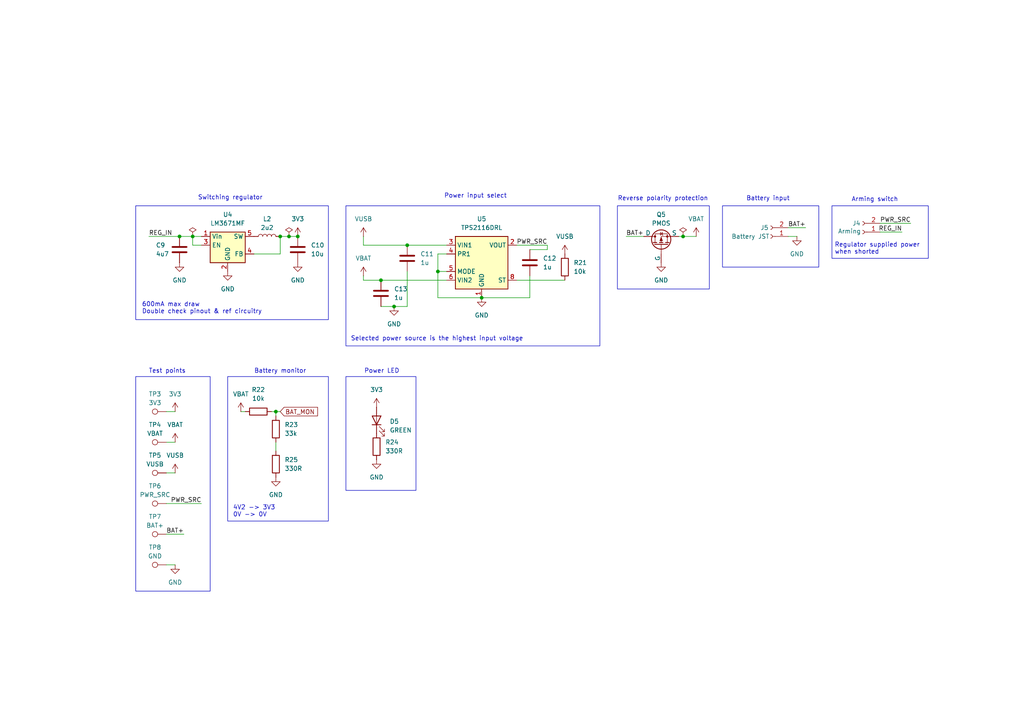
<source format=kicad_sch>
(kicad_sch (version 20250114) (generator "eeschema") (generator_version "9.0")
  (paper "A4")
  (title_block (title "Peanut Power") (date "A") (company "Matteo Golin") (comment 1 "Power circuitry for Peanut deployment altimeter."))
  (lib_symbols
    (symbol "Connector:Conn_01x02_Socket" (pin_names (offset 1.016) (hide yes))
      (property "Reference" "J" (at 0 2.54 0))
      (property "Value" "Conn_01x02_Socket" (at 0 -5.08 0))
      (symbol "Conn_01x02_Socket_1_1"
        (polyline (pts (xy -1.27 0) (xy -0.508 0)) (stroke (width 0.1524)))
        (polyline (pts (xy -1.27 -2.54) (xy -0.508 -2.54)) (stroke (width 0.1524)))
        (arc (start 0 -0.508) (mid -0.5058 0) (end 0 0.508) (stroke (width 0.1524)))
        (arc (start 0 -3.048) (mid -0.5058 -2.54) (end 0 -2.032) (stroke (width 0.1524)))
        (pin passive line (at -5.08 0 0) (length 3.81) (name "Pin_1") (number "1"))
        (pin passive line (at -5.08 -2.54 0) (length 3.81) (name "Pin_2") (number "2"))
      )
    )
    (symbol "Connector:TestPoint" (pin_numbers (hide yes)) (pin_names (offset 0.762) (hide yes))
      (property "Reference" "TP" (at 0 6.858 0))
      (property "Value" "TestPoint" (at 0 5.08 0))
      (symbol "TestPoint_0_1"
        (circle (center 0 3.302) (radius 0.762))
      )
      (symbol "TestPoint_1_1"
        (pin passive line (at 0 0 90) (length 2.54) (name "1") (number "1"))
      )
    )
    (symbol "Device:C" (pin_numbers (hide yes)) (pin_names (offset 0.254))
      (property "Reference" "C" (at 0.635 2.54 0))
      (property "Value" "C" (at 0.635 -2.54 0))
      (symbol "C_0_1"
        (polyline (pts (xy -2.032 0.762) (xy 2.032 0.762)) (stroke (width 0.508)))
        (polyline (pts (xy -2.032 -0.762) (xy 2.032 -0.762)) (stroke (width 0.508)))
      )
      (symbol "C_1_1"
        (pin passive line (at 0 3.81 270) (length 2.794) (name "~") (number "1"))
        (pin passive line (at 0 -3.81 90) (length 2.794) (name "~") (number "2"))
      )
    )
    (symbol "Device:L" (pin_numbers (hide yes)) (pin_names (offset 1.016) (hide yes))
      (property "Reference" "L" (at -1.27 0 90))
      (property "Value" "L" (at 1.905 0 90))
      (symbol "L_0_1"
        (arc (start 0 2.54) (mid 0.6323 1.905) (end 0 1.27))
        (arc (start 0 1.27) (mid 0.6323 0.635) (end 0 0))
        (arc (start 0 0) (mid 0.6323 -0.635) (end 0 -1.27))
        (arc (start 0 -1.27) (mid 0.6323 -1.905) (end 0 -2.54))
      )
      (symbol "L_1_1"
        (pin passive line (at 0 3.81 270) (length 1.27) (name "1") (number "1"))
        (pin passive line (at 0 -3.81 90) (length 1.27) (name "2") (number "2"))
      )
    )
    (symbol "Device:LED" (pin_numbers (hide yes)) (pin_names (offset 1.016) (hide yes))
      (property "Reference" "D" (at 0 2.54 0))
      (property "Value" "LED" (at 0 -2.54 0))
      (symbol "LED_0_1"
        (polyline (pts (xy -3.048 -0.762) (xy -4.572 -2.286) (xy -3.81 -2.286) (xy -4.572 -2.286) (xy -4.572 -1.524)))
        (polyline (pts (xy -1.778 -0.762) (xy -3.302 -2.286) (xy -2.54 -2.286) (xy -3.302 -2.286) (xy -3.302 -1.524)))
        (polyline (pts (xy -1.27 0) (xy 1.27 0)))
        (polyline (pts (xy -1.27 -1.27) (xy -1.27 1.27)) (stroke (width 0.254)))
        (polyline (pts (xy 1.27 -1.27) (xy 1.27 1.27) (xy -1.27 0) (xy 1.27 -1.27)) (stroke (width 0.254)))
      )
      (symbol "LED_1_1"
        (pin passive line (at -3.81 0 0) (length 2.54) (name "K") (number "1"))
        (pin passive line (at 3.81 0 180) (length 2.54) (name "A") (number "2"))
      )
    )
    (symbol "Device:R" (pin_numbers (hide yes)) (pin_names (offset 0))
      (property "Reference" "R" (at 2.032 0 90))
      (property "Value" "R" (at 0 0 90))
      (symbol "R_0_1"
        (rectangle (start -1.016 -2.54) (end 1.016 2.54) (stroke (width 0.254)))
      )
      (symbol "R_1_1"
        (pin passive line (at 0 3.81 270) (length 1.27) (name "~") (number "1"))
        (pin passive line (at 0 -3.81 90) (length 1.27) (name "~") (number "2"))
      )
    )
    (symbol "Power_Management:TPS2116DRL"
      (property "Reference" "U" (at -7.874 9.144 0))
      (property "Value" "TPS2116DRL" (at 0.508 -8.89 0))
      (symbol "TPS2116DRL_0_1"
        (rectangle (start -7.62 7.62) (end 7.62 -7.62) (stroke (width 0.254)) (fill (type background)))
      )
      (symbol "TPS2116DRL_1_0"
        (pin power_out line (at 10.16 5.08 180) (length 2.54) (hide yes) (name "VOUT") (number "7"))
      )
      (symbol "TPS2116DRL_1_1"
        (pin power_in line (at -10.16 5.08 0) (length 2.54) (name "VIN1") (number "3"))
        (pin input line (at -10.16 2.54 0) (length 2.54) (name "PR1") (number "4"))
        (pin input line (at -10.16 -2.54 0) (length 2.54) (name "MODE") (number "5"))
        (pin power_in line (at -10.16 -5.08 0) (length 2.54) (name "VIN2") (number "6"))
        (pin power_in line (at 0 -10.16 90) (length 2.54) (name "GND") (number "1"))
        (pin power_out line (at 10.16 5.08 180) (length 2.54) (name "VOUT") (number "2"))
        (pin open_collector line (at 10.16 -5.08 180) (length 2.54) (name "ST") (number "8"))
      )
    )
    (symbol "Regulator_Switching:LM3670MF"
      (property "Reference" "U" (at -5.08 5.08 0))
      (property "Value" "LM3670MF" (at 0 5.08 0))
      (symbol "LM3670MF_0_1"
        (rectangle (start -5.08 3.81) (end 5.08 -5.08) (stroke (width 0.254)) (fill (type background)))
      )
      (symbol "LM3670MF_1_1"
        (pin power_in line (at -7.62 2.54 0) (length 2.54) (name "Vin") (number "1"))
        (pin input line (at -7.62 0 0) (length 2.54) (name "EN") (number "3"))
        (pin power_in line (at 0 -7.62 90) (length 2.54) (name "GND") (number "2"))
        (pin input line (at 7.62 2.54 180) (length 2.54) (name "SW") (number "5"))
        (pin input line (at 7.62 -2.54 180) (length 2.54) (name "FB") (number "4"))
      )
    )
    (symbol "Simulation_SPICE:PMOS" (pin_numbers (hide yes)) (pin_names (offset 0))
      (property "Reference" "Q" (at 5.08 1.27 0))
      (property "Value" "PMOS" (at 5.08 -1.27 0))
      (symbol "PMOS_0_1"
        (polyline (pts (xy 0.254 1.905) (xy 0.254 -1.905)) (stroke (width 0.254)))
        (polyline (pts (xy 0.254 0) (xy -2.54 0)))
        (polyline (pts (xy 0.762 2.286) (xy 0.762 1.27)) (stroke (width 0.254)))
        (polyline (pts (xy 0.762 1.778) (xy 3.302 1.778) (xy 3.302 -1.778) (xy 0.762 -1.778)))
        (polyline (pts (xy 0.762 0.508) (xy 0.762 -0.508)) (stroke (width 0.254)))
        (polyline (pts (xy 0.762 -1.27) (xy 0.762 -2.286)) (stroke (width 0.254)))
        (circle (center 1.651 0) (radius 2.794) (stroke (width 0.254)))
        (polyline (pts (xy 2.286 0) (xy 1.27 0.381) (xy 1.27 -0.381) (xy 2.286 0)) (fill (type outline)))
        (polyline (pts (xy 2.54 2.54) (xy 2.54 1.778)))
        (circle (center 2.54 1.778) (radius 0.254) (fill (type outline)))
        (circle (center 2.54 -1.778) (radius 0.254) (fill (type outline)))
        (polyline (pts (xy 2.54 -2.54) (xy 2.54 0) (xy 0.762 0)))
        (polyline (pts (xy 2.794 -0.508) (xy 2.921 -0.381) (xy 3.683 -0.381) (xy 3.81 -0.254)))
        (polyline (pts (xy 3.302 -0.381) (xy 2.921 0.254) (xy 3.683 0.254) (xy 3.302 -0.381)))
      )
      (symbol "PMOS_1_1"
        (pin input line (at -5.08 0 0) (length 2.54) (name "G") (number "2"))
        (pin passive line (at 2.54 5.08 270) (length 2.54) (name "D") (number "1"))
        (pin passive line (at 2.54 -5.08 90) (length 2.54) (name "S") (number "3"))
      )
    )
    (symbol "power:GND" (power) (pin_numbers (hide yes)) (pin_names (offset 0) (hide yes))
      (property "Value" "GND" (at 0 -3.81 0))
      (symbol "GND_0_1"
        (polyline (pts (xy 0 0) (xy 0 -1.27) (xy 1.27 -1.27) (xy 0 -2.54) (xy -1.27 -1.27) (xy 0 -1.27)))
      )
      (symbol "GND_1_1"
        (pin power_in line (at 0 0 270) (length 0) (name "~") (number "1"))
      )
    )
    (symbol "power:PWR_FLAG" (power) (pin_numbers (hide yes)) (pin_names (offset 0) (hide yes))
      (property "Value" "PWR_FLAG" (at 0 3.81 0))
      (symbol "PWR_FLAG_0_0"
        (pin power_out line (at 0 0 90) (length 0) (name "~") (number "1"))
      )
      (symbol "PWR_FLAG_0_1"
        (polyline (pts (xy 0 0) (xy 0 1.27) (xy -1.016 1.905) (xy 0 2.54) (xy 1.016 1.905) (xy 0 1.27)))
      )
    )
    (symbol "power:VBUS" (power) (pin_numbers (hide yes)) (pin_names (offset 0) (hide yes))
      (property "Value" "VBUS" (at 0 3.556 0))
      (symbol "VBUS_0_1"
        (polyline (pts (xy -0.762 1.27) (xy 0 2.54)))
        (polyline (pts (xy 0 2.54) (xy 0.762 1.27)))
        (polyline (pts (xy 0 0) (xy 0 2.54)))
      )
      (symbol "VBUS_1_1"
        (pin power_in line (at 0 0 90) (length 0) (name "~") (number "1"))
      )
    )
  )
  (rectangle (start 179.07 59.69) (end 205.74 83.82))
  (rectangle (start 100.33 109.22) (end 120.65 142.24))
  (rectangle (start 39.37 109.22) (end 60.96 171.45))
  (rectangle (start 100.33 59.69) (end 173.99 100.33))
  (rectangle (start 241.3 59.69) (end 269.24 74.93))
  (rectangle (start 209.55 59.69) (end 237.49 77.47))
  (rectangle (start 66.04 109.22) (end 95.25 151.13))
  (rectangle (start 39.37 59.69) (end 95.25 92.71))
  (text "Test points" (at 48.514 107.696 0) (effects (font (size 1.27 1.27))))
  (text "4V2 -> 3V3\n0V -> 0V" (at 67.564 148.336 0) (effects (font (size 1.27 1.27)) (justify left)))
  (text "Switching regulator" (at 66.802 57.404 0) (effects (font (size 1.27 1.27))))
  (text "Reverse polarity protection" (at 192.278 57.658 0) (effects (font (size 1.27 1.27))))
  (text "600mA max draw\nDouble check pinout & ref circuitry" (at 41.148 89.408 0) (effects (font (size 1.27 1.27)) (justify left)))
  (text "Battery monitor" (at 81.28 107.696 0) (effects (font (size 1.27 1.27))))
  (text "Power input select" (at 137.922 56.896 0) (effects (font (size 1.27 1.27))))
  (text "Arming switch" (at 253.746 57.912 0) (effects (font (size 1.27 1.27))))
  (text "Battery input" (at 222.758 57.658 0) (effects (font (size 1.27 1.27))))
  (text "Power LED" (at 110.744 107.696 0) (effects (font (size 1.27 1.27))))
  (text "Selected power source is the highest input voltage" (at 126.746 98.298 0) (effects (font (size 1.27 1.27))))
  (text "Regulator supplied power\nwhen shorted" (at 242.062 72.136 0) (effects (font (size 1.27 1.27)) (justify left)))
  (junction (at 127 78.74))
  (junction (at 198.12 68.58))
  (junction (at 83.82 68.58))
  (junction (at 110.49 81.28))
  (junction (at 80.01 119.38))
  (junction (at 139.7 86.36))
  (junction (at 118.11 71.12))
  (junction (at 86.36 68.58))
  (junction (at 52.07 68.58))
  (junction (at 114.3 88.9))
  (junction (at 55.88 68.58))
  (junction (at 81.28 68.58))
  (wire (pts (xy 43.18 68.58) (xy 52.07 68.58)))
  (wire (pts (xy 81.28 68.58) (xy 83.82 68.58)))
  (wire (pts (xy 83.82 68.58) (xy 86.36 68.58)))
  (wire (pts (xy 55.88 71.12) (xy 55.88 68.58)))
  (wire (pts (xy 50.8 163.83) (xy 48.26 163.83)))
  (wire (pts (xy 129.54 71.12) (xy 118.11 71.12)))
  (wire (pts (xy 149.86 81.28) (xy 163.83 81.28)))
  (wire (pts (xy 127 73.66) (xy 127 78.74)))
  (wire (pts (xy 110.49 81.28) (xy 129.54 81.28)))
  (wire (pts (xy 105.41 71.12) (xy 105.41 68.58)))
  (wire (pts (xy 58.42 146.05) (xy 48.26 146.05)))
  (wire (pts (xy 118.11 71.12) (xy 105.41 71.12)))
  (wire (pts (xy 198.12 68.58) (xy 196.85 68.58)))
  (wire (pts (xy 69.85 119.38) (xy 71.12 119.38)))
  (wire (pts (xy 80.01 119.38) (xy 78.74 119.38)))
  (wire (pts (xy 129.54 73.66) (xy 127 73.66)))
  (wire (pts (xy 158.75 72.39) (xy 153.67 72.39)))
  (wire (pts (xy 158.75 71.12) (xy 158.75 72.39)))
  (wire (pts (xy 105.41 81.28) (xy 110.49 81.28)))
  (wire (pts (xy 198.12 68.58) (xy 201.93 68.58)))
  (wire (pts (xy 264.16 64.77) (xy 255.27 64.77)))
  (wire (pts (xy 153.67 86.36) (xy 139.7 86.36)))
  (wire (pts (xy 80.01 119.38) (xy 81.28 119.38)))
  (wire (pts (xy 181.61 68.58) (xy 186.69 68.58)))
  (wire (pts (xy 261.62 67.31) (xy 255.27 67.31)))
  (wire (pts (xy 80.01 128.27) (xy 80.01 130.81)))
  (wire (pts (xy 231.14 68.58) (xy 228.6 68.58)))
  (wire (pts (xy 153.67 80.01) (xy 153.67 86.36)))
  (wire (pts (xy 127 86.36) (xy 139.7 86.36)))
  (wire (pts (xy 114.3 88.9) (xy 118.11 88.9)))
  (wire (pts (xy 52.07 68.58) (xy 55.88 68.58)))
  (wire (pts (xy 80.01 120.65) (xy 80.01 119.38)))
  (wire (pts (xy 110.49 88.9) (xy 114.3 88.9)))
  (wire (pts (xy 149.86 71.12) (xy 158.75 71.12)))
  (wire (pts (xy 53.34 154.94) (xy 48.26 154.94)))
  (wire (pts (xy 73.66 73.66) (xy 81.28 73.66)))
  (wire (pts (xy 50.8 137.16) (xy 48.26 137.16)))
  (wire (pts (xy 58.42 71.12) (xy 55.88 71.12)))
  (wire (pts (xy 50.8 119.38) (xy 48.26 119.38)))
  (wire (pts (xy 118.11 88.9) (xy 118.11 78.74)))
  (wire (pts (xy 50.8 128.27) (xy 48.26 128.27)))
  (wire (pts (xy 81.28 73.66) (xy 81.28 68.58)))
  (wire (pts (xy 105.41 80.01) (xy 105.41 81.28)))
  (wire (pts (xy 127 78.74) (xy 127 86.36)))
  (wire (pts (xy 233.68 66.04) (xy 228.6 66.04)))
  (wire (pts (xy 129.54 78.74) (xy 127 78.74)))
  (wire (pts (xy 55.88 68.58) (xy 58.42 68.58)))
  (label "PWR_SRC" (at 264.16 64.77 180))
  (label "REG_IN" (at 261.62 67.31 180))
  (label "BAT+" (at 233.68 66.04 180))
  (label "BAT+" (at 181.61 68.58 0))
  (label "BAT+" (at 53.34 154.94 180))
  (label "PWR_SRC" (at 158.75 71.12 180))
  (label "REG_IN" (at 43.18 68.58 0))
  (label "PWR_SRC" (at 58.42 146.05 180))
  (global_label "BAT_MON" (shape input) (at 81.28 119.38 0) (property "Intersheetrefs" "${INTERSHEET_REFS}" (effects (hide yes))))
  (symbol (lib_id "power:VBUS") (at 50.8 137.16 0) (unit 1)
    (property "Reference" "#PWR051" (effects (hide yes)))
    (property "Value" "VUSB" (at 50.8 132.08 0))
    (property "Description" "Power symbol creates a global label with name \"VBUS\"" (effects (hide yes)))
  )
  (symbol (lib_id "Device:C") (at 110.49 85.09 0) (unit 1)
    (property "Reference" "C13" (at 114.3 83.8199 0) (effects (justify left)))
    (property "Value" "1u" (at 114.3 86.3599 0) (effects (justify left)))
    (property "Footprint" "Capacitor_SMD:C_0603_1608Metric" (effects (hide yes)))
    (property "Description" "Unpolarized capacitor" (effects (hide yes)))
    (property "MPN" "06036C105MAT2A" (effects (hide yes)))
  )
  (symbol (lib_id "Device:R") (at 80.01 134.62 0) (unit 1)
    (property "Reference" "R25" (at 82.55 133.3499 0) (effects (justify left)))
    (property "Value" "330R" (at 82.55 135.8899 0) (effects (justify left)))
    (property "Footprint" "Resistor_SMD:R_0402_1005Metric" (effects (hide yes)))
    (property "Description" "Resistor" (effects (hide yes)))
    (property "MPN" "560112110231" (effects (hide yes)))
  )
  (symbol (lib_id "power:PWR_FLAG") (at 55.88 68.58 0) (unit 1)
    (property "Reference" "#FLG01" (effects (hide yes)))
    (property "Value" "PWR_FLAG" (effects (hide yes)))
    (property "Description" "Special symbol for telling ERC where power comes from" (effects (hide yes)))
  )
  (symbol (lib_id "power:VBUS") (at 163.83 73.66 0) (unit 1)
    (property "Reference" "#PWR038" (effects (hide yes)))
    (property "Value" "VUSB" (at 163.83 68.58 0))
    (property "Description" "Power symbol creates a global label with name \"VBUS\"" (effects (hide yes)))
  )
  (symbol (lib_id "power:VBUS") (at 105.41 68.58 0) (unit 1)
    (property "Reference" "#PWR035" (effects (hide yes)))
    (property "Value" "VUSB" (at 105.41 63.5 0))
    (property "Description" "Power symbol creates a global label with name \"VBUS\"" (effects (hide yes)))
  )
  (symbol (lib_id "power:GND") (at 139.7 86.36 0) (unit 1)
    (property "Reference" "#PWR044" (effects (hide yes)))
    (property "Value" "GND" (at 139.7 91.44 0))
    (property "Description" "Power symbol creates a global label with name \"GND\" , ground" (effects (hide yes)))
  )
  (symbol (lib_id "Connector:Conn_01x02_Socket") (at 223.52 68.58 180) (unit 1)
    (property "Reference" "J5" (at 221.742 66.04 0))
    (property "Value" "Battery JST" (at 217.678 68.58 0))
    (property "Description" "Generic connector, single row, 01x02, script generated" (effects (hide yes)))
  )
  (symbol (lib_id "Power_Management:TPS2116DRL") (at 139.7 76.2 0) (unit 1)
    (property "Reference" "U5" (at 139.7 63.5 0))
    (property "Value" "TPS2116DRL" (at 139.7 66.04 0))
    (property "Footprint" "Package_TO_SOT_SMD:SOT-583-8" (effects (hide yes)))
    (property "Datasheet" "https://www.ti.com/lit/ds/symlink/tps2116.pdf" (effects (hide yes)))
    (property "Description" "2 Channnels Power Mux with Manual and Priority Switchover, 1.6-5.5V Input Voltage, 2.5A Output Current, Ron 40 mOhm, SOT-583-8" (effects (hide yes)))
    (property "MPN" "TPS2116DRLR" (effects (hide yes)))
  )
  (symbol (lib_id "power:GND") (at 191.77 76.2 0) (unit 1)
    (property "Reference" "#PWR041" (effects (hide yes)))
    (property "Value" "GND" (at 191.77 81.28 0))
    (property "Description" "Power symbol creates a global label with name \"GND\" , ground" (effects (hide yes)))
  )
  (symbol (lib_id "power:GND") (at 52.07 76.2 0) (unit 1)
    (property "Reference" "#PWR039" (effects (hide yes)))
    (property "Value" "GND" (at 52.07 81.28 0))
    (property "Description" "Power symbol creates a global label with name \"GND\" , ground" (effects (hide yes)))
  )
  (symbol (lib_id "power:VBUS") (at 105.41 80.01 0) (unit 1)
    (property "Reference" "#PWR043" (effects (hide yes)))
    (property "Value" "VBAT" (at 105.41 74.93 0))
    (property "Description" "Power symbol creates a global label with name \"VBUS\"" (effects (hide yes)))
  )
  (symbol (lib_id "Connector:TestPoint") (at 48.26 154.94 90) (unit 1)
    (property "Reference" "TP7" (at 44.958 149.86 90))
    (property "Value" "BAT+" (at 44.958 152.4 90))
    (property "Footprint" "TestPoint:TestPoint_Pad_D1.0mm" (effects (hide yes)))
    (property "Description" "test point" (effects (hide yes)))
  )
  (symbol (lib_id "power:GND") (at 86.36 76.2 0) (unit 1)
    (property "Reference" "#PWR040" (effects (hide yes)))
    (property "Value" "GND" (at 86.36 81.28 0))
    (property "Description" "Power symbol creates a global label with name \"GND\" , ground" (effects (hide yes)))
  )
  (symbol (lib_id "power:PWR_FLAG") (at 83.82 68.58 0) (unit 1)
    (property "Reference" "#FLG02" (effects (hide yes)))
    (property "Value" "PWR_FLAG" (effects (hide yes)))
    (property "Description" "Special symbol for telling ERC where power comes from" (effects (hide yes)))
  )
  (symbol (lib_id "Device:L") (at 77.47 68.58 90) (unit 1)
    (property "Reference" "L2" (at 77.47 63.5 90))
    (property "Value" "2u2" (at 77.47 66.04 90))
    (property "Description" "Inductor" (effects (hide yes)))
    (property "MPN" "LPO3310-222MLC" (effects (hide yes)))
  )
  (symbol (lib_id "power:GND") (at 50.8 163.83 0) (unit 1)
    (property "Reference" "#PWR053" (effects (hide yes)))
    (property "Value" "GND" (at 50.8 168.91 0))
    (property "Description" "Power symbol creates a global label with name \"GND\" , ground" (effects (hide yes)))
  )
  (symbol (lib_id "Connector:TestPoint") (at 48.26 119.38 90) (unit 1)
    (property "Reference" "TP3" (at 44.958 114.3 90))
    (property "Value" "3V3" (at 44.958 116.84 90))
    (property "Footprint" "TestPoint:TestPoint_Pad_D1.0mm" (effects (hide yes)))
    (property "Description" "test point" (effects (hide yes)))
  )
  (symbol (lib_id "Device:C") (at 52.07 72.39 0) (unit 1)
    (property "Reference" "C9" (at 45.212 71.12 0) (effects (justify left)))
    (property "Value" "4u7" (at 45.212 73.66 0) (effects (justify left)))
    (property "Footprint" "Capacitor_SMD:C_0603_1608Metric" (effects (hide yes)))
    (property "Description" "Unpolarized capacitor" (effects (hide yes)))
    (property "MPN" "CGA3E1X5R0J475K080AC" (effects (hide yes)))
  )
  (symbol (lib_id "power:VBUS") (at 50.8 119.38 0) (unit 1)
    (property "Reference" "#PWR047" (effects (hide yes)))
    (property "Value" "3V3" (at 50.8 114.3 0))
    (property "Description" "Power symbol creates a global label with name \"VBUS\"" (effects (hide yes)))
  )
  (symbol (lib_id "Device:R") (at 74.93 119.38 90) (unit 1)
    (property "Reference" "R22" (at 74.93 113.03 90))
    (property "Value" "10k" (at 74.93 115.57 90))
    (property "Footprint" "Resistor_SMD:R_0402_1005Metric" (effects (hide yes)))
    (property "Description" "Resistor" (effects (hide yes)))
    (property "MPN" "SFR01MZPJ103" (effects (hide yes)))
  )
  (symbol (lib_id "power:VBUS") (at 69.85 119.38 0) (unit 1)
    (property "Reference" "#PWR048" (effects (hide yes)))
    (property "Value" "VBAT" (at 69.85 114.3 0))
    (property "Description" "Power symbol creates a global label with name \"VBUS\"" (effects (hide yes)))
  )
  (symbol (lib_id "Device:C") (at 118.11 74.93 0) (unit 1)
    (property "Reference" "C11" (at 121.92 73.6599 0) (effects (justify left)))
    (property "Value" "1u" (at 121.92 76.1999 0) (effects (justify left)))
    (property "Footprint" "Capacitor_SMD:C_0603_1608Metric" (effects (hide yes)))
    (property "Description" "Unpolarized capacitor" (effects (hide yes)))
    (property "MPN" "06036C105MAT2A" (effects (hide yes)))
  )
  (symbol (lib_id "Connector:TestPoint") (at 48.26 128.27 90) (unit 1)
    (property "Reference" "TP4" (at 44.958 123.19 90))
    (property "Value" "VBAT" (at 44.958 125.73 90))
    (property "Footprint" "TestPoint:TestPoint_Pad_D1.0mm" (effects (hide yes)))
    (property "Description" "test point" (effects (hide yes)))
  )
  (symbol (lib_id "power:GND") (at 231.14 68.58 0) (unit 1)
    (property "Reference" "#PWR037" (effects (hide yes)))
    (property "Value" "GND" (at 231.14 73.66 0))
    (property "Description" "Power symbol creates a global label with name \"GND\" , ground" (effects (hide yes)))
  )
  (symbol (lib_id "power:VBUS") (at 201.93 68.58 0) (unit 1)
    (property "Reference" "#PWR036" (effects (hide yes)))
    (property "Value" "VBAT" (at 201.93 63.5 0))
    (property "Description" "Power symbol creates a global label with name \"VBUS\"" (effects (hide yes)))
  )
  (symbol (lib_id "power:VBUS") (at 86.36 68.58 0) (unit 1)
    (property "Reference" "#PWR034" (effects (hide yes)))
    (property "Value" "3V3" (at 86.36 63.5 0))
    (property "Description" "Power symbol creates a global label with name \"VBUS\"" (effects (hide yes)))
  )
  (symbol (lib_id "power:PWR_FLAG") (at 198.12 68.58 0) (unit 1)
    (property "Reference" "#FLG03" (effects (hide yes)))
    (property "Value" "PWR_FLAG" (effects (hide yes)))
    (property "Description" "Special symbol for telling ERC where power comes from" (effects (hide yes)))
  )
  (symbol (lib_id "Simulation_SPICE:PMOS") (at 191.77 71.12 90) (unit 1)
    (property "Reference" "Q5" (at 191.77 62.23 90))
    (property "Value" "PMOS" (at 191.77 64.77 90))
    (property "Footprint" "Package_TO_SOT_SMD:SOT-23-3" (effects (hide yes)))
    (property "Datasheet" "https://ngspice.sourceforge.io/docs/ngspice-html-manual/manual.xhtml#cha_MOSFETs" (effects (hide yes)))
    (property "Description" "P-MOSFET transistor, drain/source/gate" (effects (hide yes)))
    (property "Sim.Device" "PMOS" (effects (hide yes)))
    (property "Sim.Type" "VDMOS" (effects (hide yes)))
    (property "Sim.Pins" "1=D 2=G 3=S" (effects (hide yes)))
    (property "MPN" "SI2329DS-T1-GE3" (effects (hide yes)))
  )
  (symbol (lib_id "power:GND") (at 109.22 133.35 0) (unit 1)
    (property "Reference" "#PWR050" (effects (hide yes)))
    (property "Value" "GND" (at 109.22 138.43 0))
    (property "Description" "Power symbol creates a global label with name \"GND\" , ground" (effects (hide yes)))
  )
  (symbol (lib_id "Device:C") (at 86.36 72.39 0) (unit 1)
    (property "Reference" "C10" (at 90.17 71.1199 0) (effects (justify left)))
    (property "Value" "10u" (at 90.17 73.6599 0) (effects (justify left)))
    (property "Footprint" "Capacitor_SMD:C_0603_1608Metric" (effects (hide yes)))
    (property "Description" "Unpolarized capacitor" (effects (hide yes)))
    (property "MPN" "C1608X5R0J106K080AB" (effects (hide yes)))
  )
  (symbol (lib_id "Device:R") (at 163.83 77.47 0) (unit 1)
    (property "Reference" "R21" (at 166.37 76.1999 0) (effects (justify left)))
    (property "Value" "10k" (at 166.37 78.7399 0) (effects (justify left)))
    (property "Footprint" "Resistor_SMD:R_0402_1005Metric" (effects (hide yes)))
    (property "Description" "Resistor" (effects (hide yes)))
    (property "MPN" "SFR01MZPJ103" (effects (hide yes)))
  )
  (symbol (lib_id "Device:R") (at 109.22 129.54 0) (unit 1)
    (property "Reference" "R24" (at 111.76 128.2699 0) (effects (justify left)))
    (property "Value" "330R" (at 111.76 130.8099 0) (effects (justify left)))
    (property "Footprint" "Resistor_SMD:R_0402_1005Metric" (effects (hide yes)))
    (property "Description" "Resistor" (effects (hide yes)))
    (property "MPN" "560112110231" (effects (hide yes)))
  )
  (symbol (lib_id "Device:R") (at 80.01 124.46 0) (unit 1)
    (property "Reference" "R23" (at 82.55 123.1899 0) (effects (justify left)))
    (property "Value" "33k" (at 82.55 125.7299 0) (effects (justify left)))
    (property "Footprint" "Resistor_SMD:R_0402_1005Metric" (effects (hide yes)))
    (property "Description" "Resistor" (effects (hide yes)))
    (property "MPN" "MR04X3302FTL" (effects (hide yes)))
  )
  (symbol (lib_id "Regulator_Switching:LM3670MF") (at 66.04 71.12 0) (unit 1)
    (property "Reference" "U4" (at 66.04 62.23 0))
    (property "Value" "LM3671MF" (at 66.04 64.77 0))
    (property "Footprint" "Package_TO_SOT_SMD:TSOT-23-5" (effects (hide yes)))
    (property "Datasheet" "https://www.ti.com/lit/gpn/lm3671" (effects (hide yes)))
    (property "Description" "Miniature Step-Down DC-DC Converter for Ultralow Voltage Circuits, 2.5V < Vin < 5.5V, adjustable output voltage, SOT-23-5" (effects (hide yes)))
    (property "MPN" "LM3671MF-3.3/NOPB" (effects (hide yes)))
  )
  (symbol (lib_id "power:VBUS") (at 50.8 128.27 0) (unit 1)
    (property "Reference" "#PWR049" (effects (hide yes)))
    (property "Value" "VBAT" (at 50.8 123.19 0))
    (property "Description" "Power symbol creates a global label with name \"VBUS\"" (effects (hide yes)))
  )
  (symbol (lib_id "power:GND") (at 80.01 138.43 0) (unit 1)
    (property "Reference" "#PWR052" (effects (hide yes)))
    (property "Value" "GND" (at 80.01 143.51 0))
    (property "Description" "Power symbol creates a global label with name \"GND\" , ground" (effects (hide yes)))
  )
  (symbol (lib_id "Connector:TestPoint") (at 48.26 163.83 90) (unit 1)
    (property "Reference" "TP8" (at 44.958 158.75 90))
    (property "Value" "GND" (at 44.958 161.29 90))
    (property "Footprint" "TestPoint:TestPoint_Pad_D1.0mm" (effects (hide yes)))
    (property "Description" "test point" (effects (hide yes)))
  )
  (symbol (lib_id "Connector:TestPoint") (at 48.26 146.05 90) (unit 1)
    (property "Reference" "TP6" (at 44.958 140.97 90))
    (property "Value" "PWR_SRC" (at 44.958 143.51 90))
    (property "Footprint" "TestPoint:TestPoint_Pad_D1.0mm" (effects (hide yes)))
    (property "Description" "test point" (effects (hide yes)))
  )
  (symbol (lib_id "Connector:TestPoint") (at 48.26 137.16 90) (unit 1)
    (property "Reference" "TP5" (at 44.958 132.08 90))
    (property "Value" "VUSB" (at 44.958 134.62 90))
    (property "Footprint" "TestPoint:TestPoint_Pad_D1.0mm" (effects (hide yes)))
    (property "Description" "test point" (effects (hide yes)))
  )
  (symbol (lib_id "power:VBUS") (at 109.22 118.11 0) (unit 1)
    (property "Reference" "#PWR046" (effects (hide yes)))
    (property "Value" "3V3" (at 109.22 113.03 0))
    (property "Description" "Power symbol creates a global label with name \"VBUS\"" (effects (hide yes)))
  )
  (symbol (lib_id "power:GND") (at 66.04 78.74 0) (unit 1)
    (property "Reference" "#PWR042" (effects (hide yes)))
    (property "Value" "GND" (at 66.04 83.82 0))
    (property "Description" "Power symbol creates a global label with name \"GND\" , ground" (effects (hide yes)))
  )
  (symbol (lib_id "Connector:Conn_01x02_Socket") (at 250.19 67.31 180) (unit 1)
    (property "Reference" "J4" (at 248.412 64.77 0))
    (property "Value" "Arming" (at 246.38 67.056 0))
    (property "Footprint" "TerminalBlock_Phoenix:TerminalBlock_Phoenix_MPT-0,5-2-2.54_1x02_P2.54mm_Horizontal" (effects (hide yes)))
    (property "Description" "Generic connector, single row, 01x02, script generated" (effects (hide yes)))
  )
  (symbol (lib_id "power:GND") (at 114.3 88.9 0) (unit 1)
    (property "Reference" "#PWR045" (effects (hide yes)))
    (property "Value" "GND" (at 114.3 93.98 0))
    (property "Description" "Power symbol creates a global label with name \"GND\" , ground" (effects (hide yes)))
  )
  (symbol (lib_id "Device:C") (at 153.67 76.2 0) (unit 1)
    (property "Reference" "C12" (at 157.48 74.9299 0) (effects (justify left)))
    (property "Value" "1u" (at 157.48 77.4699 0) (effects (justify left)))
    (property "Footprint" "Capacitor_SMD:C_0603_1608Metric" (effects (hide yes)))
    (property "Description" "Unpolarized capacitor" (effects (hide yes)))
    (property "MPN" "06036C105MAT2A" (effects (hide yes)))
  )
  (symbol (lib_id "Device:LED") (at 109.22 121.92 90) (unit 1)
    (property "Reference" "D5" (at 113.03 122.2374 90) (effects (justify right)))
    (property "Value" "GREEN" (at 113.03 124.7774 90) (effects (justify right)))
    (property "Footprint" "LED_SMD:LED_0805_2012Metric" (effects (hide yes)))
    (property "Description" "Light emitting diode" (effects (hide yes)))
    (property "Sim.Pins" "1=K 2=A" (effects (hide yes)))
    (property "MPN" "HSMG-C170" (effects (hide yes)))
  )
)
</source>
